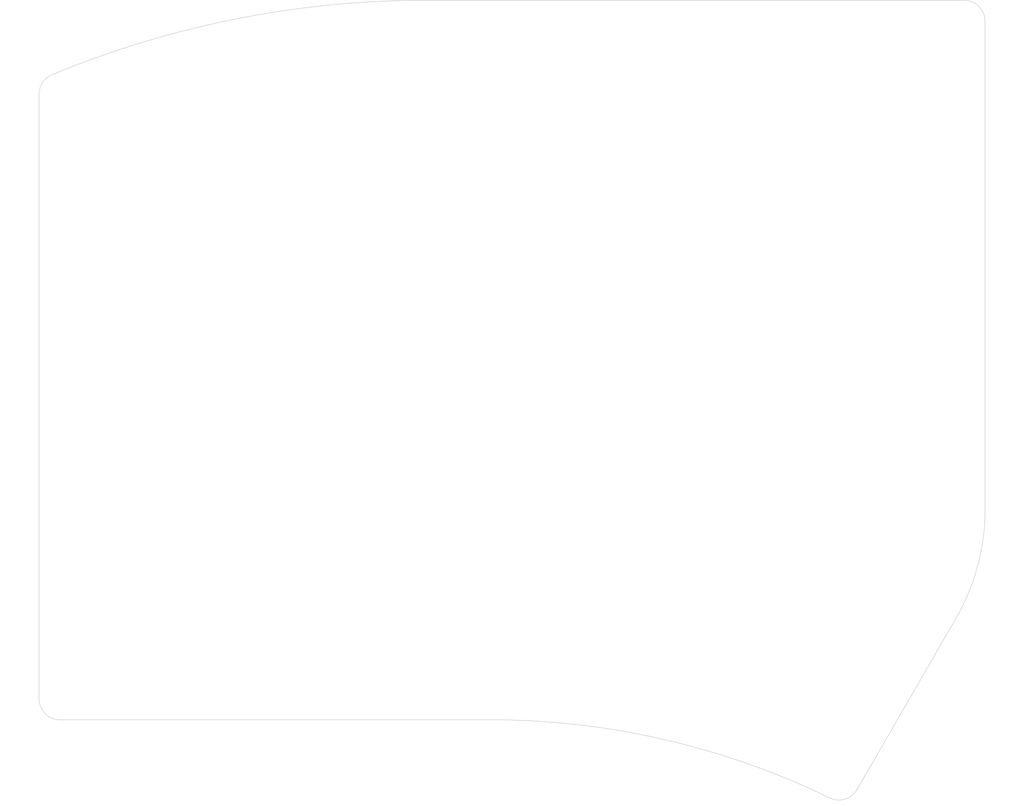
<source format=kicad_pcb>
(kicad_pcb (version 20171130) (host pcbnew "(5.1.6)-1")

  (general
    (thickness 1.6)
    (drawings 13)
    (tracks 0)
    (zones 0)
    (modules 12)
    (nets 1)
  )

  (page A3)
  (layers
    (0 F.Cu signal)
    (31 B.Cu signal)
    (32 B.Adhes user)
    (33 F.Adhes user)
    (34 B.Paste user)
    (35 F.Paste user)
    (36 B.SilkS user)
    (37 F.SilkS user)
    (38 B.Mask user)
    (39 F.Mask user)
    (40 Dwgs.User user)
    (41 Cmts.User user)
    (42 Eco1.User user)
    (43 Eco2.User user)
    (44 Edge.Cuts user)
    (45 Margin user)
    (46 B.CrtYd user)
    (47 F.CrtYd user)
    (48 B.Fab user)
    (49 F.Fab user)
  )

  (setup
    (last_trace_width 0.2)
    (user_trace_width 0.2)
    (user_trace_width 0.5)
    (user_trace_width 1)
    (user_trace_width 1.7526)
    (trace_clearance 0.2)
    (zone_clearance 0.2)
    (zone_45_only no)
    (trace_min 0.2)
    (via_size 0.6)
    (via_drill 0.3)
    (via_min_size 0.4)
    (via_min_drill 0.3)
    (user_via 0.6 0.3)
    (uvia_size 0.3)
    (uvia_drill 0.1)
    (uvias_allowed no)
    (uvia_min_size 0.2)
    (uvia_min_drill 0.1)
    (edge_width 0.1)
    (segment_width 0.2)
    (pcb_text_width 0.3)
    (pcb_text_size 1.5 1.5)
    (mod_edge_width 0.12)
    (mod_text_size 1 1)
    (mod_text_width 0.15)
    (pad_size 3.2 2)
    (pad_drill 2.8)
    (pad_to_mask_clearance 0)
    (aux_axis_origin 0 0)
    (visible_elements 7FFFFFFF)
    (pcbplotparams
      (layerselection 0x010fc_ffffffff)
      (usegerberextensions false)
      (usegerberattributes false)
      (usegerberadvancedattributes false)
      (creategerberjobfile false)
      (excludeedgelayer true)
      (linewidth 0.100000)
      (plotframeref false)
      (viasonmask false)
      (mode 1)
      (useauxorigin false)
      (hpglpennumber 1)
      (hpglpenspeed 20)
      (hpglpendiameter 15.000000)
      (psnegative false)
      (psa4output false)
      (plotreference true)
      (plotvalue true)
      (plotinvisibletext false)
      (padsonsilk false)
      (subtractmaskfromsilk false)
      (outputformat 1)
      (mirror false)
      (drillshape 0)
      (scaleselection 1)
      (outputdirectory "Base/"))
  )

  (net 0 "")

  (net_class Default "This is the default net class."
    (clearance 0.2)
    (trace_width 0.2)
    (via_dia 0.6)
    (via_drill 0.3)
    (uvia_dia 0.3)
    (uvia_drill 0.1)
  )

  (net_class Power ""
    (clearance 0.2)
    (trace_width 0.5)
    (via_dia 0.6)
    (via_drill 0.3)
    (uvia_dia 0.3)
    (uvia_drill 0.1)
  )

  (module MountingHole:MountingHole_2.2mm_M2 (layer F.Cu) (tedit 56D1B4CB) (tstamp 62060FB8)
    (at 169.62017 57.904883)
    (descr "Mounting Hole 2.2mm, no annular, M2")
    (tags "mounting hole 2.2mm no annular m2")
    (attr virtual)
    (fp_text reference REF** (at 0 -3.2) (layer F.SilkS) hide
      (effects (font (size 1 1) (thickness 0.15)))
    )
    (fp_text value MountingHole_2.2mm_M2 (at 0 3.2) (layer F.Fab)
      (effects (font (size 1 1) (thickness 0.15)))
    )
    (fp_circle (center 0 0) (end 2.45 0) (layer F.CrtYd) (width 0.05))
    (fp_circle (center 0 0) (end 2.2 0) (layer Cmts.User) (width 0.15))
    (fp_text user %R (at 0.3 0) (layer F.Fab)
      (effects (font (size 1 1) (thickness 0.15)))
    )
    (pad 1 np_thru_hole circle (at 0 0) (size 2.2 2.2) (drill 2.2) (layers *.Cu *.Mask))
  )

  (module MountingHole:MountingHole_2.2mm_M2 (layer F.Cu) (tedit 56D1B4CB) (tstamp 62060FB8)
    (at 168.571227 106.855249)
    (descr "Mounting Hole 2.2mm, no annular, M2")
    (tags "mounting hole 2.2mm no annular m2")
    (attr virtual)
    (fp_text reference REF** (at 0 -3.2) (layer F.SilkS) hide
      (effects (font (size 1 1) (thickness 0.15)))
    )
    (fp_text value MountingHole_2.2mm_M2 (at 0 3.2) (layer F.Fab)
      (effects (font (size 1 1) (thickness 0.15)))
    )
    (fp_circle (center 0 0) (end 2.45 0) (layer F.CrtYd) (width 0.05))
    (fp_circle (center 0 0) (end 2.2 0) (layer Cmts.User) (width 0.15))
    (fp_text user %R (at 0.3 0) (layer F.Fab)
      (effects (font (size 1 1) (thickness 0.15)))
    )
    (pad 1 np_thru_hole circle (at 0 0) (size 2.2 2.2) (drill 2.2) (layers *.Cu *.Mask))
  )

  (module MountingHole:MountingHole_2.2mm_M2 (layer F.Cu) (tedit 56D1B4CB) (tstamp 62060FB8)
    (at 157.048909 129.212984)
    (descr "Mounting Hole 2.2mm, no annular, M2")
    (tags "mounting hole 2.2mm no annular m2")
    (attr virtual)
    (fp_text reference REF** (at 0 -3.2) (layer F.SilkS) hide
      (effects (font (size 1 1) (thickness 0.15)))
    )
    (fp_text value MountingHole_2.2mm_M2 (at 0 3.2) (layer F.Fab)
      (effects (font (size 1 1) (thickness 0.15)))
    )
    (fp_circle (center 0 0) (end 2.45 0) (layer F.CrtYd) (width 0.05))
    (fp_circle (center 0 0) (end 2.2 0) (layer Cmts.User) (width 0.15))
    (fp_text user %R (at 0.3 0) (layer F.Fab)
      (effects (font (size 1 1) (thickness 0.15)))
    )
    (pad 1 np_thru_hole circle (at 0 0) (size 2.2 2.2) (drill 2.2) (layers *.Cu *.Mask))
  )

  (module MountingHole:MountingHole_2.2mm_M2 (layer F.Cu) (tedit 56D1B4CB) (tstamp 62060FB8)
    (at 148.50933 143.729308)
    (descr "Mounting Hole 2.2mm, no annular, M2")
    (tags "mounting hole 2.2mm no annular m2")
    (attr virtual)
    (fp_text reference REF** (at 0 -3.2) (layer F.SilkS) hide
      (effects (font (size 1 1) (thickness 0.15)))
    )
    (fp_text value MountingHole_2.2mm_M2 (at 0 3.2) (layer F.Fab)
      (effects (font (size 1 1) (thickness 0.15)))
    )
    (fp_circle (center 0 0) (end 2.45 0) (layer F.CrtYd) (width 0.05))
    (fp_circle (center 0 0) (end 2.2 0) (layer Cmts.User) (width 0.15))
    (fp_text user %R (at 0.3 0) (layer F.Fab)
      (effects (font (size 1 1) (thickness 0.15)))
    )
    (pad 1 np_thru_hole circle (at 0 0) (size 2.2 2.2) (drill 2.2) (layers *.Cu *.Mask))
  )

  (module MountingHole:MountingHole_2.2mm_M2 (layer F.Cu) (tedit 56D1B4CB) (tstamp 62060FB8)
    (at 107.523258 131.534264)
    (descr "Mounting Hole 2.2mm, no annular, M2")
    (tags "mounting hole 2.2mm no annular m2")
    (attr virtual)
    (fp_text reference REF** (at 0 -3.2) (layer F.SilkS) hide
      (effects (font (size 1 1) (thickness 0.15)))
    )
    (fp_text value MountingHole_2.2mm_M2 (at 0 3.2) (layer F.Fab)
      (effects (font (size 1 1) (thickness 0.15)))
    )
    (fp_circle (center 0 0) (end 2.45 0) (layer F.CrtYd) (width 0.05))
    (fp_circle (center 0 0) (end 2.2 0) (layer Cmts.User) (width 0.15))
    (fp_text user %R (at 0.3 0) (layer F.Fab)
      (effects (font (size 1 1) (thickness 0.15)))
    )
    (pad 1 np_thru_hole circle (at 0 0) (size 2.2 2.2) (drill 2.2) (layers *.Cu *.Mask))
  )

  (module MountingHole:MountingHole_2.2mm_M2 (layer F.Cu) (tedit 56D1B4CB) (tstamp 62060FB8)
    (at 61.666535 130.438053)
    (descr "Mounting Hole 2.2mm, no annular, M2")
    (tags "mounting hole 2.2mm no annular m2")
    (attr virtual)
    (fp_text reference REF** (at 0 -3.2) (layer F.SilkS) hide
      (effects (font (size 1 1) (thickness 0.15)))
    )
    (fp_text value MountingHole_2.2mm_M2 (at 0 3.2) (layer F.Fab)
      (effects (font (size 1 1) (thickness 0.15)))
    )
    (fp_circle (center 0 0) (end 2.45 0) (layer F.CrtYd) (width 0.05))
    (fp_circle (center 0 0) (end 2.2 0) (layer Cmts.User) (width 0.15))
    (fp_text user %R (at 0.3 0) (layer F.Fab)
      (effects (font (size 1 1) (thickness 0.15)))
    )
    (pad 1 np_thru_hole circle (at 0 0) (size 2.2 2.2) (drill 2.2) (layers *.Cu *.Mask))
  )

  (module MountingHole:MountingHole_2.2mm_M2 (layer F.Cu) (tedit 56D1B4CB) (tstamp 62060FB8)
    (at 18.859893 130.292416)
    (descr "Mounting Hole 2.2mm, no annular, M2")
    (tags "mounting hole 2.2mm no annular m2")
    (attr virtual)
    (fp_text reference REF** (at 0 -3.2) (layer F.SilkS) hide
      (effects (font (size 1 1) (thickness 0.15)))
    )
    (fp_text value MountingHole_2.2mm_M2 (at 0 3.2) (layer F.Fab)
      (effects (font (size 1 1) (thickness 0.15)))
    )
    (fp_circle (center 0 0) (end 2.45 0) (layer F.CrtYd) (width 0.05))
    (fp_circle (center 0 0) (end 2.2 0) (layer Cmts.User) (width 0.15))
    (fp_text user %R (at 0.3 0) (layer F.Fab)
      (effects (font (size 1 1) (thickness 0.15)))
    )
    (pad 1 np_thru_hole circle (at 0 0) (size 2.2 2.2) (drill 2.2) (layers *.Cu *.Mask))
  )

  (module MountingHole:MountingHole_2.2mm_M2 (layer F.Cu) (tedit 56D1B4CB) (tstamp 62060FB8)
    (at 18.713442 79.804796)
    (descr "Mounting Hole 2.2mm, no annular, M2")
    (tags "mounting hole 2.2mm no annular m2")
    (attr virtual)
    (fp_text reference REF** (at 0 -3.2) (layer F.SilkS) hide
      (effects (font (size 1 1) (thickness 0.15)))
    )
    (fp_text value MountingHole_2.2mm_M2 (at 0 3.2) (layer F.Fab)
      (effects (font (size 1 1) (thickness 0.15)))
    )
    (fp_circle (center 0 0) (end 2.45 0) (layer F.CrtYd) (width 0.05))
    (fp_circle (center 0 0) (end 2.2 0) (layer Cmts.User) (width 0.15))
    (fp_text user %R (at 0.3 0) (layer F.Fab)
      (effects (font (size 1 1) (thickness 0.15)))
    )
    (pad 1 np_thru_hole circle (at 0 0) (size 2.2 2.2) (drill 2.2) (layers *.Cu *.Mask))
  )

  (module MountingHole:MountingHole_2.2mm_M2 (layer F.Cu) (tedit 56D1B4CB) (tstamp 62060FB8)
    (at 18.795574 29.396166)
    (descr "Mounting Hole 2.2mm, no annular, M2")
    (tags "mounting hole 2.2mm no annular m2")
    (attr virtual)
    (fp_text reference REF** (at 0 -3.2) (layer F.SilkS) hide
      (effects (font (size 1 1) (thickness 0.15)))
    )
    (fp_text value MountingHole_2.2mm_M2 (at 0 3.2) (layer F.Fab)
      (effects (font (size 1 1) (thickness 0.15)))
    )
    (fp_circle (center 0 0) (end 2.45 0) (layer F.CrtYd) (width 0.05))
    (fp_circle (center 0 0) (end 2.2 0) (layer Cmts.User) (width 0.15))
    (fp_text user %R (at 0.3 0) (layer F.Fab)
      (effects (font (size 1 1) (thickness 0.15)))
    )
    (pad 1 np_thru_hole circle (at 0 0) (size 2.2 2.2) (drill 2.2) (layers *.Cu *.Mask))
  )

  (module MountingHole:MountingHole_2.2mm_M2 (layer F.Cu) (tedit 56D1B4CB) (tstamp 62060FB8)
    (at 79.348251 17.09674)
    (descr "Mounting Hole 2.2mm, no annular, M2")
    (tags "mounting hole 2.2mm no annular m2")
    (attr virtual)
    (fp_text reference REF** (at 0 -3.2) (layer F.SilkS) hide
      (effects (font (size 1 1) (thickness 0.15)))
    )
    (fp_text value MountingHole_2.2mm_M2 (at 0 3.2) (layer F.Fab)
      (effects (font (size 1 1) (thickness 0.15)))
    )
    (fp_circle (center 0 0) (end 2.45 0) (layer F.CrtYd) (width 0.05))
    (fp_circle (center 0 0) (end 2.2 0) (layer Cmts.User) (width 0.15))
    (fp_text user %R (at 0.3 0) (layer F.Fab)
      (effects (font (size 1 1) (thickness 0.15)))
    )
    (pad 1 np_thru_hole circle (at 0 0) (size 2.2 2.2) (drill 2.2) (layers *.Cu *.Mask))
  )

  (module MountingHole:MountingHole_2.2mm_M2 (layer F.Cu) (tedit 56D1B4CB) (tstamp 62060FB8)
    (at 136.71322 17.09688)
    (descr "Mounting Hole 2.2mm, no annular, M2")
    (tags "mounting hole 2.2mm no annular m2")
    (attr virtual)
    (fp_text reference REF** (at 0 -3.2) (layer F.SilkS) hide
      (effects (font (size 1 1) (thickness 0.15)))
    )
    (fp_text value MountingHole_2.2mm_M2 (at 0 3.2) (layer F.Fab)
      (effects (font (size 1 1) (thickness 0.15)))
    )
    (fp_circle (center 0 0) (end 2.45 0) (layer F.CrtYd) (width 0.05))
    (fp_circle (center 0 0) (end 2.2 0) (layer Cmts.User) (width 0.15))
    (fp_text user %R (at 0.3 0) (layer F.Fab)
      (effects (font (size 1 1) (thickness 0.15)))
    )
    (pad 1 np_thru_hole circle (at 0 0) (size 2.2 2.2) (drill 2.2) (layers *.Cu *.Mask))
  )

  (module MountingHole:MountingHole_2.2mm_M2 (layer F.Cu) (tedit 56D1B4CB) (tstamp 62060FB8)
    (at 169.473724 17.243406)
    (descr "Mounting Hole 2.2mm, no annular, M2")
    (tags "mounting hole 2.2mm no annular m2")
    (attr virtual)
    (fp_text reference REF** (at 0 -3.2) (layer F.SilkS) hide
      (effects (font (size 1 1) (thickness 0.15)))
    )
    (fp_text value MountingHole_2.2mm_M2 (at 0 3.2) (layer F.Fab)
      (effects (font (size 1 1) (thickness 0.15)))
    )
    (fp_circle (center 0 0) (end 2.45 0) (layer F.CrtYd) (width 0.05))
    (fp_circle (center 0 0) (end 2.2 0) (layer Cmts.User) (width 0.15))
    (fp_text user %R (at 0.3 0) (layer F.Fab)
      (effects (font (size 1 1) (thickness 0.15)))
    )
    (pad 1 np_thru_hole circle (at 0 0) (size 2.2 2.2) (drill 2.2) (layers *.Cu *.Mask))
  )

  (gr_arc (start 79.877279 176.01929) (end 79.343285 14.09674) (angle -22.33249856) (layer Edge.Cuts) (width 0.1))
  (gr_arc (start 169.12017 17.596959) (end 172.62017 17.596959) (angle -90) (layer Edge.Cuts) (width 0.1))
  (gr_arc (start 136.55744 98.584819) (end 167.905751 116.416109) (angle -30.2489867) (layer Edge.Cuts) (width 0.1))
  (gr_line (start 167.905751 116.416109) (end 151.392624 145.002234) (layer Edge.Cuts) (width 0.1))
  (gr_line (start 172.62017 17.596959) (end 172.62017 98.196295) (layer Edge.Cuts) (width 0.1))
  (gr_line (start 79.343285 14.09674) (end 169.12017 14.096959) (layer Edge.Cuts) (width 0.1))
  (gr_line (start 92.013972 133.437247) (end 19.210503 133.438859) (layer Edge.Cuts) (width 0.1))
  (gr_arc (start 148.361945 143.251524) (end 146.84414 146.405295) (angle -85.68655096) (layer Edge.Cuts) (width 0.1))
  (gr_arc (start 19.213442 29.670732) (end 17.873224 26.437496) (angle -67.48536767) (layer Edge.Cuts) (width 0.1))
  (gr_line (start 15.713442 29.670732) (end 15.713442 129.938859) (layer Edge.Cuts) (width 0.1))
  (gr_line (start 144.435837 145.246169) (end 146.84414 146.405295) (layer Edge.Cuts) (width 0.1))
  (gr_arc (start 90.456642 262.609858) (end 144.435837 145.246169) (angle -24.00843008) (layer Edge.Cuts) (width 0.1))
  (gr_arc (start 19.213442 129.938859) (end 15.713442 129.938859) (angle -90.00126916) (layer Edge.Cuts) (width 0.1))

)

</source>
